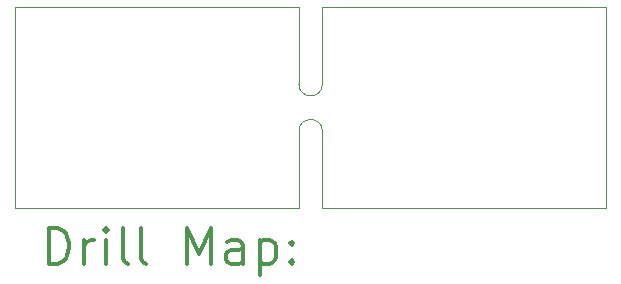
<source format=gbr>
%FSLAX45Y45*%
G04 Gerber Fmt 4.5, Leading zero omitted, Abs format (unit mm)*
G04 Created by KiCad (PCBNEW 5.1.6-c6e7f7d~87~ubuntu18.04.1) date 2020-08-02 20:23:56*
%MOMM*%
%LPD*%
G01*
G04 APERTURE LIST*
%TA.AperFunction,Profile*%
%ADD10C,0.100000*%
%TD*%
%ADD11C,0.200000*%
%ADD12C,0.300000*%
G04 APERTURE END LIST*
D10*
X12900000Y-7850000D02*
X12900000Y-7200000D01*
X12700000Y-7850000D02*
X12700000Y-7200000D01*
X12700000Y-8250000D02*
G75*
G02*
X12900000Y-8250000I100000J0D01*
G01*
X12900000Y-7850000D02*
G75*
G02*
X12700000Y-7850000I-100000J0D01*
G01*
X10300000Y-8900000D02*
X10300000Y-7200000D01*
X12700000Y-8900000D02*
X10300000Y-8900000D01*
X12700000Y-8900000D02*
X12700000Y-8250000D01*
X12900000Y-8900000D02*
X12900000Y-8250000D01*
X12900000Y-7200000D02*
X15300000Y-7200000D01*
X15300000Y-7200000D02*
X15300000Y-8900000D01*
X15300000Y-8900000D02*
X12900000Y-8900000D01*
X10300000Y-7200000D02*
X12700000Y-7200000D01*
D11*
D12*
X10581428Y-9370714D02*
X10581428Y-9070714D01*
X10652857Y-9070714D01*
X10695714Y-9085000D01*
X10724286Y-9113572D01*
X10738571Y-9142143D01*
X10752857Y-9199286D01*
X10752857Y-9242143D01*
X10738571Y-9299286D01*
X10724286Y-9327857D01*
X10695714Y-9356429D01*
X10652857Y-9370714D01*
X10581428Y-9370714D01*
X10881428Y-9370714D02*
X10881428Y-9170714D01*
X10881428Y-9227857D02*
X10895714Y-9199286D01*
X10910000Y-9185000D01*
X10938571Y-9170714D01*
X10967143Y-9170714D01*
X11067143Y-9370714D02*
X11067143Y-9170714D01*
X11067143Y-9070714D02*
X11052857Y-9085000D01*
X11067143Y-9099286D01*
X11081428Y-9085000D01*
X11067143Y-9070714D01*
X11067143Y-9099286D01*
X11252857Y-9370714D02*
X11224286Y-9356429D01*
X11210000Y-9327857D01*
X11210000Y-9070714D01*
X11410000Y-9370714D02*
X11381428Y-9356429D01*
X11367143Y-9327857D01*
X11367143Y-9070714D01*
X11752857Y-9370714D02*
X11752857Y-9070714D01*
X11852857Y-9285000D01*
X11952857Y-9070714D01*
X11952857Y-9370714D01*
X12224286Y-9370714D02*
X12224286Y-9213572D01*
X12210000Y-9185000D01*
X12181428Y-9170714D01*
X12124286Y-9170714D01*
X12095714Y-9185000D01*
X12224286Y-9356429D02*
X12195714Y-9370714D01*
X12124286Y-9370714D01*
X12095714Y-9356429D01*
X12081428Y-9327857D01*
X12081428Y-9299286D01*
X12095714Y-9270714D01*
X12124286Y-9256429D01*
X12195714Y-9256429D01*
X12224286Y-9242143D01*
X12367143Y-9170714D02*
X12367143Y-9470714D01*
X12367143Y-9185000D02*
X12395714Y-9170714D01*
X12452857Y-9170714D01*
X12481428Y-9185000D01*
X12495714Y-9199286D01*
X12510000Y-9227857D01*
X12510000Y-9313572D01*
X12495714Y-9342143D01*
X12481428Y-9356429D01*
X12452857Y-9370714D01*
X12395714Y-9370714D01*
X12367143Y-9356429D01*
X12638571Y-9342143D02*
X12652857Y-9356429D01*
X12638571Y-9370714D01*
X12624286Y-9356429D01*
X12638571Y-9342143D01*
X12638571Y-9370714D01*
X12638571Y-9185000D02*
X12652857Y-9199286D01*
X12638571Y-9213572D01*
X12624286Y-9199286D01*
X12638571Y-9185000D01*
X12638571Y-9213572D01*
M02*

</source>
